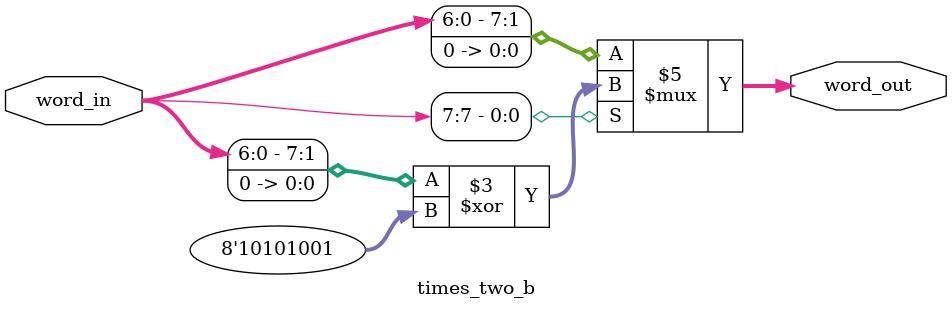
<source format=v>
`timescale 1ns / 1ps

//  8	7	6	5	4	3	2	1	0
//  1	0	0	0	1	1	0	1	1 - 1B
//  0	1	0	1	0	1	0	0	1 - A9

//10001 = 11
//1011 = B

//01010 = A
//1001 = 9

`ifndef TIMES_TWO_B
`define TIMES_TWO_VAL_B 8'hA9
`endif

module times_two_b(word_in, word_out);

    input [7:0] word_in;
    output wire [7:0] word_out;
    
    assign word_out = (word_in[7] == 1'b1) ?  ((word_in << 1) ^ `TIMES_TWO_VAL_B) : (word_in << 1);
    
endmodule

</source>
